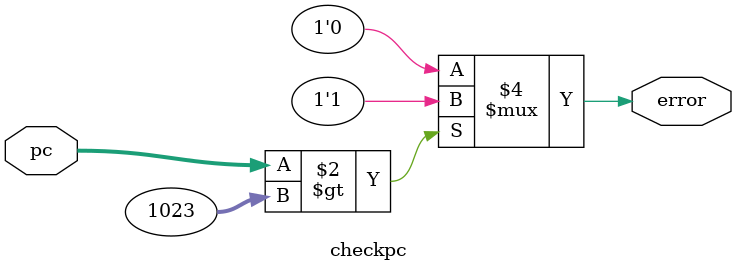
<source format=v>
module checkpc(input [63:0] pc,output reg error);
  always@(*) begin
  if(pc>1023) begin
    error=1;
  end
  else begin
    error=0; //checks if pc value is a valid address for instruction or not
  end
  end
endmodule
</source>
